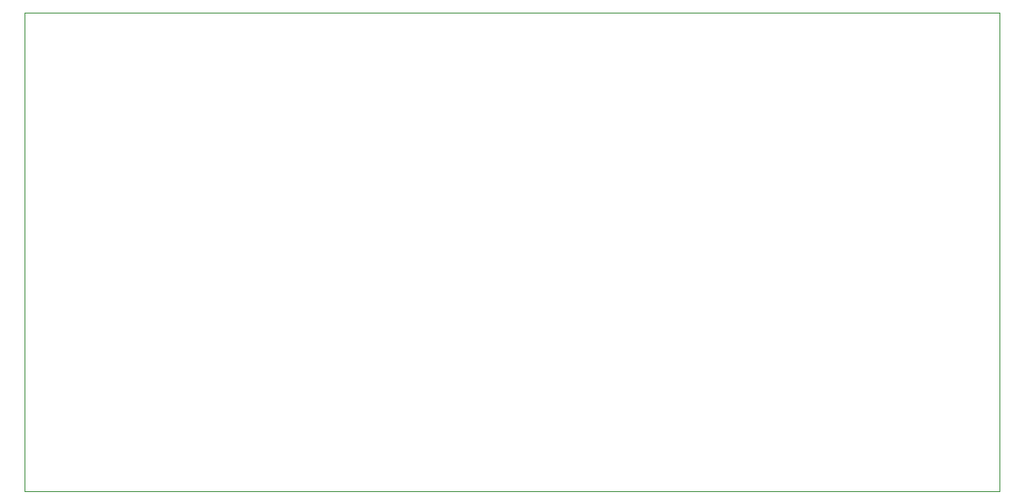
<source format=gm1>
G04 #@! TF.GenerationSoftware,KiCad,Pcbnew,(5.1.5-0)*
G04 #@! TF.CreationDate,2020-06-12T16:51:45+02:00*
G04 #@! TF.ProjectId,Divider2,44697669-6465-4723-922e-6b696361645f,rev?*
G04 #@! TF.SameCoordinates,Original*
G04 #@! TF.FileFunction,Profile,NP*
%FSLAX46Y46*%
G04 Gerber Fmt 4.6, Leading zero omitted, Abs format (unit mm)*
G04 Created by KiCad (PCBNEW (5.1.5-0)) date 2020-06-12 16:51:45*
%MOMM*%
%LPD*%
G04 APERTURE LIST*
%ADD10C,0.050000*%
G04 APERTURE END LIST*
D10*
X195400000Y-67700000D02*
X97800000Y-67700000D01*
X97800000Y-67700000D02*
X97800000Y-115700000D01*
X97800000Y-115700000D02*
X195400000Y-115700000D01*
X195400000Y-115700000D02*
X195400000Y-67700000D01*
M02*

</source>
